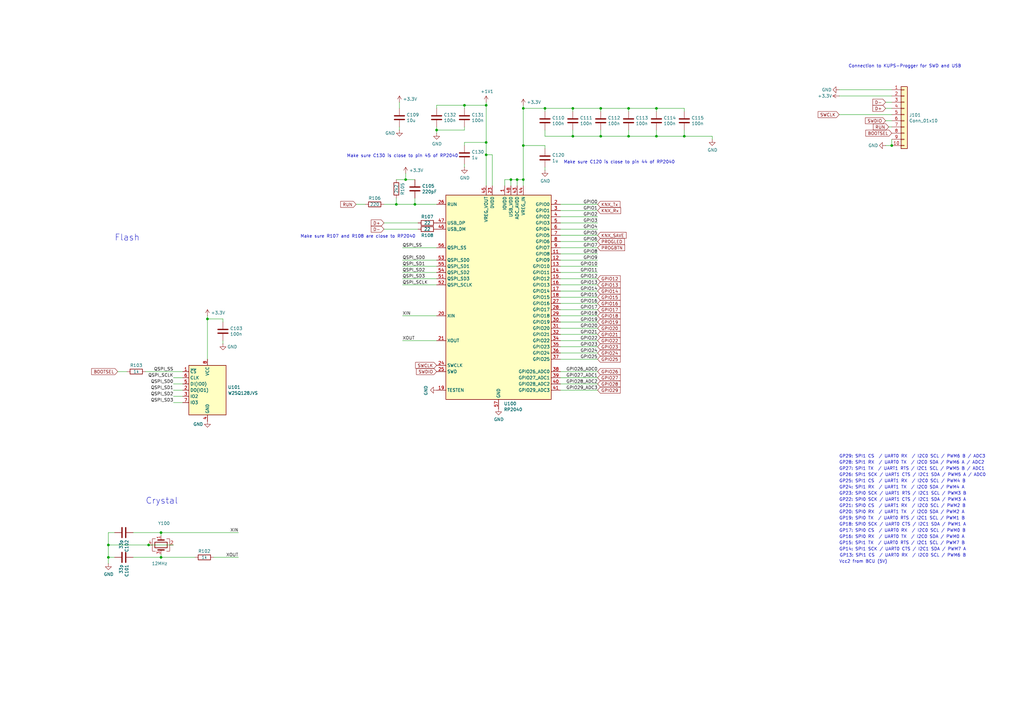
<source format=kicad_sch>
(kicad_sch (version 20231120) (generator "eeschema") (generator_version "8.0")
  (paper "A3")
  (title_block (title "UP1-SEN-8x") (date "2025-07-02") (rev "V01.00") (company "OpenKNX") (comment 1 "by Ing-Dom <dom@ing-dom.de>") (comment 2 "OpenKNX Open Hardware under CC BY-NC-SA 4.0") (comment 4 "https://OpenKNX.de"))
  (lib_symbols
    (symbol "Connector_Generic:Conn_01x10" (pin_names (offset 1.016) hide)
      (property "Reference" "J" (at 0 12.7 0))
      (property "Value" "Conn_01x10" (at 0 -15.24 0))
      (symbol "Conn_01x10_1_1"
        (rectangle (start -1.27 -12.573) (end 0 -12.827) (stroke (width 0.1524)))
        (rectangle (start -1.27 -10.033) (end 0 -10.287) (stroke (width 0.1524)))
        (rectangle (start -1.27 -7.493) (end 0 -7.747) (stroke (width 0.1524)))
        (rectangle (start -1.27 -4.953) (end 0 -5.207) (stroke (width 0.1524)))
        (rectangle (start -1.27 -2.413) (end 0 -2.667) (stroke (width 0.1524)))
        (rectangle (start -1.27 0.127) (end 0 -0.127) (stroke (width 0.1524)))
        (rectangle (start -1.27 2.667) (end 0 2.413) (stroke (width 0.1524)))
        (rectangle (start -1.27 5.207) (end 0 4.953) (stroke (width 0.1524)))
        (rectangle (start -1.27 7.747) (end 0 7.493) (stroke (width 0.1524)))
        (rectangle (start -1.27 10.287) (end 0 10.033) (stroke (width 0.1524)))
        (rectangle (start -1.27 11.43) (end 1.27 -13.97) (stroke (width 0.254)) (fill (type background)))
        (pin passive line (at -5.08 10.16 0) (length 3.81) (name "Pin_1") (number "1"))
        (pin passive line (at -5.08 -12.7 0) (length 3.81) (name "Pin_10") (number "10"))
        (pin passive line (at -5.08 7.62 0) (length 3.81) (name "Pin_2") (number "2"))
        (pin passive line (at -5.08 5.08 0) (length 3.81) (name "Pin_3") (number "3"))
        (pin passive line (at -5.08 2.54 0) (length 3.81) (name "Pin_4") (number "4"))
        (pin passive line (at -5.08 0 0) (length 3.81) (name "Pin_5") (number "5"))
        (pin passive line (at -5.08 -2.54 0) (length 3.81) (name "Pin_6") (number "6"))
        (pin passive line (at -5.08 -5.08 0) (length 3.81) (name "Pin_7") (number "7"))
        (pin passive line (at -5.08 -7.62 0) (length 3.81) (name "Pin_8") (number "8"))
        (pin passive line (at -5.08 -10.16 0) (length 3.81) (name "Pin_9") (number "9"))
      )
    )
    (symbol "Device:C" (pin_numbers hide) (pin_names (offset 0.254))
      (property "Reference" "C" (at 0.635 2.54 0))
      (property "Value" "C" (at 0.635 -2.54 0))
      (symbol "C_0_1"
        (polyline (pts (xy -2.032 -0.762) (xy 2.032 -0.762)) (stroke (width 0.508)))
        (polyline (pts (xy -2.032 0.762) (xy 2.032 0.762)) (stroke (width 0.508)))
      )
      (symbol "C_1_1"
        (pin passive line (at 0 3.81 270) (length 2.794) (name "~") (number "1"))
        (pin passive line (at 0 -3.81 90) (length 2.794) (name "~") (number "2"))
      )
    )
    (symbol "Device:Crystal_GND24" (pin_names (offset 1.016) hide)
      (property "Reference" "Y" (at 3.175 5.08 0))
      (property "Value" "Crystal_GND24" (at 3.175 3.175 0))
      (symbol "Crystal_GND24_0_1"
        (rectangle (start -1.143 2.54) (end 1.143 -2.54) (stroke (width 0.3048)))
        (polyline (pts (xy -2.54 0) (xy -2.032 0)))
        (polyline (pts (xy -2.032 -1.27) (xy -2.032 1.27)) (stroke (width 0.508)))
        (polyline (pts (xy 0 -3.81) (xy 0 -3.556)))
        (polyline (pts (xy 0 3.556) (xy 0 3.81)))
        (polyline (pts (xy 2.032 -1.27) (xy 2.032 1.27)) (stroke (width 0.508)))
        (polyline (pts (xy 2.032 0) (xy 2.54 0)))
        (polyline (pts (xy -2.54 -2.286) (xy -2.54 -3.556) (xy 2.54 -3.556) (xy 2.54 -2.286)))
        (polyline (pts (xy -2.54 2.286) (xy -2.54 3.556) (xy 2.54 3.556) (xy 2.54 2.286)))
      )
      (symbol "Crystal_GND24_1_1"
        (pin passive line (at -3.81 0 0) (length 1.27) (name "1") (number "1"))
        (pin passive line (at 0 5.08 270) (length 1.27) (name "2") (number "2"))
        (pin passive line (at 3.81 0 180) (length 1.27) (name "3") (number "3"))
        (pin passive line (at 0 -5.08 90) (length 1.27) (name "4") (number "4"))
      )
    )
    (symbol "Device:R" (pin_numbers hide) (pin_names (offset 0))
      (property "Reference" "R" (at 2.032 0 90))
      (property "Value" "R" (at 0 0 90))
      (symbol "R_0_1"
        (rectangle (start -1.016 -2.54) (end 1.016 2.54) (stroke (width 0.254)))
      )
      (symbol "R_1_1"
        (pin passive line (at 0 3.81 270) (length 1.27) (name "~") (number "1"))
        (pin passive line (at 0 -3.81 90) (length 1.27) (name "~") (number "2"))
      )
    )
    (symbol "MCU_RaspberryPi:RP2040"
      (property "Reference" "U" (at 17.78 45.72 0))
      (property "Value" "RP2040" (at 17.78 43.18 0))
      (symbol "RP2040_0_1"
        (rectangle (start -21.59 41.91) (end 21.59 -41.91) (stroke (width 0.254)) (fill (type background)))
      )
      (symbol "RP2040_1_1"
        (pin power_in line (at 2.54 45.72 270) (length 3.81) (name "IOVDD") (number "1"))
        (pin passive line (at 2.54 45.72 270) (length 3.81) hide (name "IOVDD") (number "10"))
        (pin bidirectional line (at 25.4 17.78 180) (length 3.81) (name "GPIO8") (number "11"))
        (pin bidirectional line (at 25.4 15.24 180) (length 3.81) (name "GPIO9") (number "12"))
        (pin bidirectional line (at 25.4 12.7 180) (length 3.81) (name "GPIO10") (number "13"))
        (pin bidirectional line (at 25.4 10.16 180) (length 3.81) (name "GPIO11") (number "14"))
        (pin bidirectional line (at 25.4 7.62 180) (length 3.81) (name "GPIO12") (number "15"))
        (pin bidirectional line (at 25.4 5.08 180) (length 3.81) (name "GPIO13") (number "16"))
        (pin bidirectional line (at 25.4 2.54 180) (length 3.81) (name "GPIO14") (number "17"))
        (pin bidirectional line (at 25.4 0 180) (length 3.81) (name "GPIO15") (number "18"))
        (pin input line (at -25.4 -38.1 0) (length 3.81) (name "TESTEN") (number "19"))
        (pin bidirectional line (at 25.4 38.1 180) (length 3.81) (name "GPIO0") (number "2"))
        (pin input line (at -25.4 -7.62 0) (length 3.81) (name "XIN") (number "20"))
        (pin passive line (at -25.4 -17.78 0) (length 3.81) (name "XOUT") (number "21"))
        (pin passive line (at 2.54 45.72 270) (length 3.81) hide (name "IOVDD") (number "22"))
        (pin power_in line (at -2.54 45.72 270) (length 3.81) (name "DVDD") (number "23"))
        (pin input line (at -25.4 -27.94 0) (length 3.81) (name "SWCLK") (number "24"))
        (pin bidirectional line (at -25.4 -30.48 0) (length 3.81) (name "SWD") (number "25"))
        (pin input line (at -25.4 38.1 0) (length 3.81) (name "RUN") (number "26"))
        (pin bidirectional line (at 25.4 -2.54 180) (length 3.81) (name "GPIO16") (number "27"))
        (pin bidirectional line (at 25.4 -5.08 180) (length 3.81) (name "GPIO17") (number "28"))
        (pin bidirectional line (at 25.4 -7.62 180) (length 3.81) (name "GPIO18") (number "29"))
        (pin bidirectional line (at 25.4 35.56 180) (length 3.81) (name "GPIO1") (number "3"))
        (pin bidirectional line (at 25.4 -10.16 180) (length 3.81) (name "GPIO19") (number "30"))
        (pin bidirectional line (at 25.4 -12.7 180) (length 3.81) (name "GPIO20") (number "31"))
        (pin bidirectional line (at 25.4 -15.24 180) (length 3.81) (name "GPIO21") (number "32"))
        (pin passive line (at 2.54 45.72 270) (length 3.81) hide (name "IOVDD") (number "33"))
        (pin bidirectional line (at 25.4 -17.78 180) (length 3.81) (name "GPIO22") (number "34"))
        (pin bidirectional line (at 25.4 -20.32 180) (length 3.81) (name "GPIO23") (number "35"))
        (pin bidirectional line (at 25.4 -22.86 180) (length 3.81) (name "GPIO24") (number "36"))
        (pin bidirectional line (at 25.4 -25.4 180) (length 3.81) (name "GPIO25") (number "37"))
        (pin bidirectional line (at 25.4 -30.48 180) (length 3.81) (name "GPIO26_ADC0") (number "38"))
        (pin bidirectional line (at 25.4 -33.02 180) (length 3.81) (name "GPIO27_ADC1") (number "39"))
        (pin bidirectional line (at 25.4 33.02 180) (length 3.81) (name "GPIO2") (number "4"))
        (pin bidirectional line (at 25.4 -35.56 180) (length 3.81) (name "GPIO28_ADC2") (number "40"))
        (pin bidirectional line (at 25.4 -38.1 180) (length 3.81) (name "GPIO29_ADC3") (number "41"))
        (pin passive line (at 2.54 45.72 270) (length 3.81) hide (name "IOVDD") (number "42"))
        (pin power_in line (at 7.62 45.72 270) (length 3.81) (name "ADC_AVDD") (number "43"))
        (pin power_in line (at 10.16 45.72 270) (length 3.81) (name "VREG_IN") (number "44"))
        (pin power_out line (at -5.08 45.72 270) (length 3.81) (name "VREG_VOUT") (number "45"))
        (pin bidirectional line (at -25.4 27.94 0) (length 3.81) (name "USB_DM") (number "46"))
        (pin bidirectional line (at -25.4 30.48 0) (length 3.81) (name "USB_DP") (number "47"))
        (pin power_in line (at 5.08 45.72 270) (length 3.81) (name "USB_VDD") (number "48"))
        (pin passive line (at 2.54 45.72 270) (length 3.81) hide (name "IOVDD") (number "49"))
        (pin bidirectional line (at 25.4 30.48 180) (length 3.81) (name "GPIO3") (number "5"))
        (pin passive line (at -2.54 45.72 270) (length 3.81) hide (name "DVDD") (number "50"))
        (pin bidirectional line (at -25.4 7.62 0) (length 3.81) (name "QSPI_SD3") (number "51"))
        (pin output line (at -25.4 5.08 0) (length 3.81) (name "QSPI_SCLK") (number "52"))
        (pin bidirectional line (at -25.4 15.24 0) (length 3.81) (name "QSPI_SD0") (number "53"))
        (pin bidirectional line (at -25.4 10.16 0) (length 3.81) (name "QSPI_SD2") (number "54"))
        (pin bidirectional line (at -25.4 12.7 0) (length 3.81) (name "QSPI_SD1") (number "55"))
        (pin bidirectional line (at -25.4 20.32 0) (length 3.81) (name "QSPI_SS") (number "56"))
        (pin power_in line (at 0 -45.72 90) (length 3.81) (name "GND") (number "57"))
        (pin bidirectional line (at 25.4 27.94 180) (length 3.81) (name "GPIO4") (number "6"))
        (pin bidirectional line (at 25.4 25.4 180) (length 3.81) (name "GPIO5") (number "7"))
        (pin bidirectional line (at 25.4 22.86 180) (length 3.81) (name "GPIO6") (number "8"))
        (pin bidirectional line (at 25.4 20.32 180) (length 3.81) (name "GPIO7") (number "9"))
      )
    )
    (symbol "Memory_Flash:W25Q128JVS"
      (property "Reference" "U" (at -6.35 11.43 0))
      (property "Value" "W25Q128JVS" (at 7.62 11.43 0))
      (symbol "W25Q128JVS_0_1"
        (rectangle (start -7.62 10.16) (end 7.62 -10.16) (stroke (width 0.254)) (fill (type background)))
      )
      (symbol "W25Q128JVS_1_1"
        (pin input line (at -10.16 7.62 0) (length 2.54) (name "~{CS}") (number "1"))
        (pin bidirectional line (at -10.16 0 0) (length 2.54) (name "DO(IO1)") (number "2"))
        (pin bidirectional line (at -10.16 -2.54 0) (length 2.54) (name "IO2") (number "3"))
        (pin power_in line (at 0 -12.7 90) (length 2.54) (name "GND") (number "4"))
        (pin bidirectional line (at -10.16 2.54 0) (length 2.54) (name "DI(IO0)") (number "5"))
        (pin input line (at -10.16 5.08 0) (length 2.54) (name "CLK") (number "6"))
        (pin bidirectional line (at -10.16 -5.08 0) (length 2.54) (name "IO3") (number "7"))
        (pin power_in line (at 0 12.7 270) (length 2.54) (name "VCC") (number "8"))
      )
    )
    (symbol "power:+1V1" (power) (pin_numbers hide) (pin_names (offset 0) hide)
      (property "Value" "+1V1" (at 0 3.556 0))
      (symbol "+1V1_0_1"
        (polyline (pts (xy -0.762 1.27) (xy 0 2.54)))
        (polyline (pts (xy 0 0) (xy 0 2.54)))
        (polyline (pts (xy 0 2.54) (xy 0.762 1.27)))
      )
      (symbol "+1V1_1_1"
        (pin power_in line (at 0 0 90) (length 0) (name "~") (number "1"))
      )
    )
    (symbol "power:+3.3V" (power) (pin_numbers hide) (pin_names (offset 0) hide)
      (property "Value" "+3.3V" (at 0 3.556 0))
      (symbol "+3.3V_0_1"
        (polyline (pts (xy -0.762 1.27) (xy 0 2.54)))
        (polyline (pts (xy 0 0) (xy 0 2.54)))
        (polyline (pts (xy 0 2.54) (xy 0.762 1.27)))
      )
      (symbol "+3.3V_1_1"
        (pin power_in line (at 0 0 90) (length 0) (name "~") (number "1"))
      )
    )
    (symbol "power:GND" (power) (pin_numbers hide) (pin_names (offset 0) hide)
      (property "Value" "GND" (at 0 -3.81 0))
      (symbol "GND_0_1"
        (polyline (pts (xy 0 0) (xy 0 -1.27) (xy 1.27 -1.27) (xy 0 -2.54) (xy -1.27 -1.27) (xy 0 -1.27)))
      )
      (symbol "GND_1_1"
        (pin power_in line (at 0 0 270) (length 0) (name "~") (number "1"))
      )
    )
  )
  (junction (at 66.04 218.44))
  (junction (at 179.07 53.34))
  (junction (at 223.52 44.45))
  (junction (at 199.39 63.5))
  (junction (at 214.63 44.45))
  (junction (at 269.24 55.88))
  (junction (at 234.95 44.45))
  (junction (at 66.04 228.6))
  (junction (at 257.81 44.45))
  (junction (at 162.56 83.82))
  (junction (at 212.09 73.66))
  (junction (at 214.63 59.69))
  (junction (at 365.76 59.69))
  (junction (at 199.39 58.42))
  (junction (at 257.81 55.88))
  (junction (at 166.37 73.66))
  (junction (at 85.09 130.81))
  (junction (at 44.45 223.52))
  (junction (at 234.95 55.88))
  (junction (at 170.18 83.82))
  (junction (at 199.39 43.18))
  (junction (at 269.24 44.45))
  (junction (at 190.5 43.18))
  (junction (at 214.63 73.66))
  (junction (at 60.96 223.52))
  (junction (at 246.38 55.88))
  (junction (at 246.38 44.45))
  (junction (at 280.67 55.88))
  (junction (at 209.55 73.66))
  (junction (at 44.45 228.6))
  (wire (pts (xy 71.12 223.52) (xy 60.96 223.52)))
  (wire (pts (xy 229.87 132.08) (xy 245.11 132.08)))
  (wire (pts (xy 229.87 142.24) (xy 245.11 142.24)))
  (wire (pts (xy 199.39 58.42) (xy 199.39 63.5)))
  (wire (pts (xy 46.99 218.44) (xy 44.45 218.44)))
  (wire (pts (xy 48.26 152.4) (xy 52.07 152.4)))
  (wire (pts (xy 229.87 104.14) (xy 245.11 104.14)))
  (wire (pts (xy 46.99 228.6) (xy 44.45 228.6)))
  (wire (pts (xy 229.87 129.54) (xy 245.11 129.54)))
  (wire (pts (xy 344.17 46.99) (xy 365.76 46.99)))
  (wire (pts (xy 280.67 45.72) (xy 280.67 44.45)))
  (wire (pts (xy 87.63 228.6) (xy 97.79 228.6)))
  (wire (pts (xy 199.39 43.18) (xy 199.39 58.42)))
  (wire (pts (xy 166.37 71.12) (xy 166.37 73.66)))
  (wire (pts (xy 363.22 49.53) (xy 365.76 49.53)))
  (wire (pts (xy 157.48 83.82) (xy 162.56 83.82)))
  (wire (pts (xy 44.45 223.52) (xy 44.45 228.6)))
  (wire (pts (xy 229.87 83.82) (xy 245.11 83.82)))
  (wire (pts (xy 280.67 53.34) (xy 280.67 55.88)))
  (wire (pts (xy 234.95 53.34) (xy 234.95 55.88)))
  (wire (pts (xy 190.5 59.69) (xy 190.5 58.42)))
  (wire (pts (xy 146.05 83.82) (xy 149.86 83.82)))
  (wire (pts (xy 229.87 127) (xy 245.11 127)))
  (wire (pts (xy 179.07 53.34) (xy 190.5 53.34)))
  (wire (pts (xy 363.22 44.45) (xy 365.76 44.45)))
  (wire (pts (xy 214.63 44.45) (xy 214.63 59.69)))
  (wire (pts (xy 257.81 44.45) (xy 269.24 44.45)))
  (wire (pts (xy 71.12 160.02) (xy 74.93 160.02)))
  (wire (pts (xy 229.87 96.52) (xy 245.11 96.52)))
  (wire (pts (xy 162.56 83.82) (xy 170.18 83.82)))
  (wire (pts (xy 170.18 81.28) (xy 170.18 83.82)))
  (wire (pts (xy 229.87 99.06) (xy 245.11 99.06)))
  (wire (pts (xy 71.12 157.48) (xy 74.93 157.48)))
  (wire (pts (xy 229.87 93.98) (xy 245.11 93.98)))
  (wire (pts (xy 85.09 130.81) (xy 85.09 147.32)))
  (wire (pts (xy 234.95 44.45) (xy 246.38 44.45)))
  (wire (pts (xy 229.87 91.44) (xy 245.11 91.44)))
  (wire (pts (xy 162.56 81.28) (xy 162.56 83.82)))
  (wire (pts (xy 171.45 93.98) (xy 157.48 93.98)))
  (wire (pts (xy 166.37 73.66) (xy 162.56 73.66)))
  (wire (pts (xy 179.07 44.45) (xy 179.07 43.18)))
  (wire (pts (xy 190.5 67.31) (xy 190.5 68.58)))
  (wire (pts (xy 229.87 111.76) (xy 245.11 111.76)))
  (wire (pts (xy 71.12 162.56) (xy 74.93 162.56)))
  (wire (pts (xy 201.93 76.2) (xy 201.93 63.5)))
  (wire (pts (xy 229.87 106.68) (xy 245.11 106.68)))
  (wire (pts (xy 344.17 36.83) (xy 365.76 36.83)))
  (wire (pts (xy 165.1 114.3) (xy 179.07 114.3)))
  (wire (pts (xy 344.17 39.37) (xy 365.76 39.37)))
  (wire (pts (xy 179.07 43.18) (xy 190.5 43.18)))
  (wire (pts (xy 229.87 137.16) (xy 245.11 137.16)))
  (wire (pts (xy 365.76 57.15) (xy 365.76 59.69)))
  (wire (pts (xy 229.87 88.9) (xy 245.11 88.9)))
  (wire (pts (xy 280.67 55.88) (xy 269.24 55.88)))
  (wire (pts (xy 269.24 44.45) (xy 280.67 44.45)))
  (wire (pts (xy 190.5 53.34) (xy 190.5 52.07)))
  (wire (pts (xy 246.38 55.88) (xy 234.95 55.88)))
  (wire (pts (xy 71.12 165.1) (xy 74.93 165.1)))
  (wire (pts (xy 229.87 157.48) (xy 245.11 157.48)))
  (wire (pts (xy 201.93 63.5) (xy 199.39 63.5)))
  (wire (pts (xy 91.44 130.81) (xy 85.09 130.81)))
  (wire (pts (xy 229.87 116.84) (xy 245.11 116.84)))
  (wire (pts (xy 199.39 63.5) (xy 199.39 76.2)))
  (wire (pts (xy 59.69 152.4) (xy 74.93 152.4)))
  (wire (pts (xy 54.61 218.44) (xy 66.04 218.44)))
  (wire (pts (xy 229.87 119.38) (xy 245.11 119.38)))
  (wire (pts (xy 269.24 53.34) (xy 269.24 55.88)))
  (wire (pts (xy 229.87 152.4) (xy 245.11 152.4)))
  (wire (pts (xy 179.07 101.6) (xy 165.1 101.6)))
  (wire (pts (xy 66.04 219.71) (xy 66.04 218.44)))
  (wire (pts (xy 229.87 124.46) (xy 245.11 124.46)))
  (wire (pts (xy 207.01 73.66) (xy 209.55 73.66)))
  (wire (pts (xy 223.52 68.58) (xy 223.52 69.85)))
  (wire (pts (xy 44.45 218.44) (xy 44.45 223.52)))
  (wire (pts (xy 190.5 43.18) (xy 199.39 43.18)))
  (wire (pts (xy 212.09 73.66) (xy 214.63 73.66)))
  (wire (pts (xy 223.52 53.34) (xy 223.52 55.88)))
  (wire (pts (xy 60.96 223.52) (xy 44.45 223.52)))
  (wire (pts (xy 246.38 44.45) (xy 257.81 44.45)))
  (wire (pts (xy 363.22 41.91) (xy 365.76 41.91)))
  (wire (pts (xy 269.24 55.88) (xy 257.81 55.88)))
  (wire (pts (xy 66.04 227.33) (xy 66.04 228.6)))
  (wire (pts (xy 229.87 147.32) (xy 245.11 147.32)))
  (wire (pts (xy 207.01 76.2) (xy 207.01 73.66)))
  (wire (pts (xy 91.44 139.7) (xy 91.44 140.97)))
  (wire (pts (xy 165.1 109.22) (xy 179.07 109.22)))
  (wire (pts (xy 165.1 129.54) (xy 179.07 129.54)))
  (wire (pts (xy 229.87 144.78) (xy 245.11 144.78)))
  (wire (pts (xy 269.24 45.72) (xy 269.24 44.45)))
  (wire (pts (xy 165.1 106.68) (xy 179.07 106.68)))
  (wire (pts (xy 54.61 228.6) (xy 66.04 228.6)))
  (wire (pts (xy 66.04 218.44) (xy 97.79 218.44)))
  (wire (pts (xy 214.63 43.18) (xy 214.63 44.45)))
  (wire (pts (xy 229.87 160.02) (xy 245.11 160.02)))
  (wire (pts (xy 214.63 59.69) (xy 223.52 59.69)))
  (wire (pts (xy 229.87 139.7) (xy 245.11 139.7)))
  (wire (pts (xy 179.07 116.84) (xy 165.1 116.84)))
  (wire (pts (xy 91.44 132.08) (xy 91.44 130.81)))
  (wire (pts (xy 209.55 73.66) (xy 209.55 76.2)))
  (wire (pts (xy 280.67 55.88) (xy 292.1 55.88)))
  (wire (pts (xy 44.45 228.6) (xy 44.45 231.14)))
  (wire (pts (xy 364.49 52.07) (xy 365.76 52.07)))
  (wire (pts (xy 85.09 129.54) (xy 85.09 130.81)))
  (wire (pts (xy 229.87 86.36) (xy 245.11 86.36)))
  (wire (pts (xy 165.1 111.76) (xy 179.07 111.76)))
  (wire (pts (xy 190.5 44.45) (xy 190.5 43.18)))
  (wire (pts (xy 223.52 45.72) (xy 223.52 44.45)))
  (wire (pts (xy 212.09 73.66) (xy 212.09 76.2)))
  (wire (pts (xy 163.83 52.07) (xy 163.83 53.34)))
  (wire (pts (xy 229.87 154.94) (xy 245.11 154.94)))
  (wire (pts (xy 223.52 60.96) (xy 223.52 59.69)))
  (wire (pts (xy 71.12 154.94) (xy 74.93 154.94)))
  (wire (pts (xy 234.95 45.72) (xy 234.95 44.45)))
  (wire (pts (xy 209.55 73.66) (xy 212.09 73.66)))
  (wire (pts (xy 171.45 91.44) (xy 157.48 91.44)))
  (wire (pts (xy 229.87 114.3) (xy 245.11 114.3)))
  (wire (pts (xy 229.87 101.6) (xy 245.11 101.6)))
  (wire (pts (xy 229.87 134.62) (xy 245.11 134.62)))
  (wire (pts (xy 199.39 41.91) (xy 199.39 43.18)))
  (wire (pts (xy 190.5 58.42) (xy 199.39 58.42)))
  (wire (pts (xy 292.1 55.88) (xy 292.1 57.15)))
  (wire (pts (xy 214.63 73.66) (xy 214.63 76.2)))
  (wire (pts (xy 170.18 83.82) (xy 179.07 83.82)))
  (wire (pts (xy 257.81 55.88) (xy 246.38 55.88)))
  (wire (pts (xy 229.87 109.22) (xy 245.11 109.22)))
  (wire (pts (xy 257.81 45.72) (xy 257.81 44.45)))
  (wire (pts (xy 214.63 44.45) (xy 223.52 44.45)))
  (wire (pts (xy 179.07 52.07) (xy 179.07 53.34)))
  (wire (pts (xy 246.38 53.34) (xy 246.38 55.88)))
  (wire (pts (xy 229.87 121.92) (xy 245.11 121.92)))
  (wire (pts (xy 163.83 41.91) (xy 163.83 44.45)))
  (wire (pts (xy 214.63 59.69) (xy 214.63 73.66)))
  (wire (pts (xy 363.22 59.69) (xy 365.76 59.69)))
  (wire (pts (xy 234.95 55.88) (xy 223.52 55.88)))
  (wire (pts (xy 257.81 53.34) (xy 257.81 55.88)))
  (wire (pts (xy 179.07 53.34) (xy 179.07 54.61)))
  (wire (pts (xy 179.07 139.7) (xy 165.1 139.7)))
  (wire (pts (xy 170.18 73.66) (xy 166.37 73.66)))
  (wire (pts (xy 246.38 45.72) (xy 246.38 44.45)))
  (wire (pts (xy 223.52 44.45) (xy 234.95 44.45)))
  (wire (pts (xy 66.04 228.6) (xy 80.01 228.6)))
  (text "Vcc2 from BCU (5V)" (at 344.17 231.14 0) (effects (font (size 1.27 1.27)) (justify left bottom)))
  (text "GP26: SPI1 SCK / UART1 CTS / I2C1 SDA / PWM5 A / ADC0" (at 344.17 195.58 0) (effects (font (size 1.27 1.27)) (justify left bottom)))
  (text "Make sure C130 is close to pin 45 of RP2040" (at 142.24 64.77 0) (effects (font (size 1.27 1.27)) (justify left bottom)))
  (text "GP24: SPI1 RX  / UART1 TX  / I2C0 SDA / PWM4 A" (at 344.17 200.66 0) (effects (font (size 1.27 1.27)) (justify left bottom)))
  (text "GP14: SPI1 SCK / UART0 CTS / I2C1 SDA / PWM7 A" (at 344.17 226.06 0) (effects (font (size 1.27 1.27)) (justify left bottom)))
  (text "GP25: SPI1 CS  / UART1 RX  / I2C0 SCL / PWM4 B" (at 344.17 198.12 0) (effects (font (size 1.27 1.27)) (justify left bottom)))
  (text "Flash" (at 46.99 99.06 0) (effects (font (size 2.54 2.54)) (justify left bottom)))
  (text "GP19: SPI0 TX  / UART0 RTS / I2C1 SCL / PWM1 B" (at 344.17 213.36 0) (effects (font (size 1.27 1.27)) (justify left bottom)))
  (text "Crystal" (at 59.69 207.01 0) (effects (font (size 2.54 2.54)) (justify left bottom)))
  (text "GP29: SPI1 CS  / UART0 RX  / I2C0 SCL / PWM6 B / ADC3" (at 344.17 187.96 0) (effects (font (size 1.27 1.27)) (justify left bottom)))
  (text "GP20: SPI0 RX  / UART1 TX  / I2C0 SDA / PWM2 A" (at 344.17 210.82 0) (effects (font (size 1.27 1.27)) (justify left bottom)))
  (text "GP13: SPI1 CS  / UART0 RX  / I2C0 SCL / PWM6 B" (at 396.24 228.6 0) (effects (font (size 1.27 1.27)) (justify right bottom)))
  (text "GP21: SPI0 CS  / UART1 RX  / I2C0 SCL / PWM2 B" (at 344.17 208.28 0) (effects (font (size 1.27 1.27)) (justify left bottom)))
  (text "GP17: SPI0 CS  / UART0 RX  / I2C0 SCL / PWM0 B" (at 344.17 218.44 0) (effects (font (size 1.27 1.27)) (justify left bottom)))
  (text "GP16: SPI0 RX  / UART0 TX  / I2C0 SDA / PWM0 A" (at 344.17 220.98 0) (effects (font (size 1.27 1.27)) (justify left bottom)))
  (text "GP23: SPI0 SCK / UART1 RTS / I2C1 SCL / PWM3 B" (at 344.17 203.2 0) (effects (font (size 1.27 1.27)) (justify left bottom)))
  (text "Connection to KUPS-Progger for SWD and USB" (at 347.98 27.94 0) (effects (font (size 1.27 1.27)) (justify left bottom)))
  (text "GP15: SPI1 TX  / UART0 RTS / I2C1 SCL / PWM7 B" (at 344.17 223.52 0) (effects (font (size 1.27 1.27)) (justify left bottom)))
  (text "GP28: SPI1 RX  / UART0 TX  / I2C0 SDA / PWM6 A / ADC2" (at 344.17 190.5 0) (effects (font (size 1.27 1.27)) (justify left bottom)))
  (text "Make sure C120 is close to pin 44 of RP2040" (at 231.14 67.31 0) (effects (font (size 1.27 1.27)) (justify left bottom)))
  (text "GP18: SPI0 SCK / UART0 CTS / I2C1 SDA / PWM1 A" (at 344.17 215.9 0) (effects (font (size 1.27 1.27)) (justify left bottom)))
  (text "GP27: SPI1 TX  / UART1 RTS / I2C1 SCL / PWM5 B / ADC1" (at 344.17 193.04 0) (effects (font (size 1.27 1.27)) (justify left bottom)))
  (text "GP22: SPI0 SCK / UART1 CTS / I2C1 SDA / PWM3 A" (at 344.17 205.74 0) (effects (font (size 1.27 1.27)) (justify left bottom)))
  (text "Make sure R107 and R108 are close to RP2040" (at 123.19 97.79 0) (effects (font (size 1.27 1.27)) (justify left bottom)))
  (label "GPIO21" (at 245.11 137.16 180))
  (label "GPIO26_ADC0" (at 245.11 152.4 180))
  (label "XOUT" (at 165.1 139.7 0))
  (label "GPIO28_ADC2" (at 245.11 157.48 180))
  (label "GPIO20" (at 245.11 134.62 180))
  (label "XIN" (at 97.79 218.44 180))
  (label "QSPI_SS" (at 165.1 101.6 0))
  (label "GPIO16" (at 245.11 124.46 180))
  (label "QSPI_SD0" (at 165.1 106.68 0))
  (label "QSPI_SCLK" (at 71.12 154.94 180))
  (label "GPIO0" (at 245.11 83.82 180))
  (label "GPIO2" (at 245.11 88.9 180))
  (label "GPIO27_ADC1" (at 245.11 154.94 180))
  (label "QSPI_SD3" (at 71.12 165.1 180))
  (label "GPIO22" (at 245.11 139.7 180))
  (label "QSPI_SS" (at 71.12 152.4 180))
  (label "QSPI_SD1" (at 165.1 109.22 0))
  (label "GPIO9" (at 245.11 106.68 180))
  (label "GPIO13" (at 245.11 116.84 180))
  (label "QSPI_SD2" (at 165.1 111.76 0))
  (label "XIN" (at 165.1 129.54 0))
  (label "GPIO17" (at 245.11 127 180))
  (label "GPIO12" (at 245.11 114.3 180))
  (label "GPIO8" (at 245.11 104.14 180))
  (label "XOUT" (at 97.79 228.6 180))
  (label "GPIO23" (at 245.11 142.24 180))
  (label "GPIO11" (at 245.11 111.76 180))
  (label "GPIO18" (at 245.11 129.54 180))
  (label "GPIO19" (at 245.11 132.08 180))
  (label "QSPI_SD2" (at 71.12 162.56 180))
  (label "GPIO1" (at 245.11 86.36 180))
  (label "QSPI_SCLK" (at 165.1 116.84 0))
  (label "QSPI_SD1" (at 71.12 160.02 180))
  (label "GPIO15" (at 245.11 121.92 180))
  (label "QSPI_SD3" (at 165.1 114.3 0))
  (label "QSPI_SD0" (at 71.12 157.48 180))
  (label "GPIO24" (at 245.11 144.78 180))
  (label "GPIO5" (at 245.11 96.52 180))
  (label "GPIO14" (at 245.11 119.38 180))
  (label "GPIO6" (at 245.11 99.06 180))
  (label "GPIO25" (at 245.11 147.32 180))
  (label "GPIO10" (at 245.11 109.22 180))
  (label "GPIO4" (at 245.11 93.98 180))
  (label "GPIO3" (at 245.11 91.44 180))
  (label "GPIO7" (at 245.11 101.6 180))
  (label "GPIO29_ADC3" (at 245.11 160.02 180))
  (global_label "GPIO27" (shape input) (at 245.11 154.94 0) (property "Intersheetrefs" "${INTERSHEET_REFS}" (effects (hide yes))))
  (global_label "D-" (shape input) (at 157.48 93.98 180) (property "Intersheetrefs" "${INTERSHEET_REFS}" (effects (hide yes))))
  (global_label "GPIO20" (shape input) (at 245.11 134.62 0) (property "Intersheetrefs" "${INTERSHEET_REFS}" (effects (hide yes))))
  (global_label "RUN" (shape input) (at 146.05 83.82 180) (property "Intersheetrefs" "${INTERSHEET_REFS}" (effects (hide yes))))
  (global_label "D+" (shape input) (at 157.48 91.44 180) (property "Intersheetrefs" "${INTERSHEET_REFS}" (effects (hide yes))))
  (global_label "D-" (shape input) (at 363.22 41.91 180) (property "Intersheetrefs" "${INTERSHEET_REFS}" (effects (hide yes))))
  (global_label "GPIO29" (shape input) (at 245.11 160.02 0) (property "Intersheetrefs" "${INTERSHEET_REFS}" (effects (hide yes))))
  (global_label "GPIO17" (shape input) (at 245.11 127 0) (property "Intersheetrefs" "${INTERSHEET_REFS}" (effects (hide yes))))
  (global_label "GPIO18" (shape input) (at 245.11 129.54 0) (property "Intersheetrefs" "${INTERSHEET_REFS}" (effects (hide yes))))
  (global_label "GPIO22" (shape input) (at 245.11 139.7 0) (property "Intersheetrefs" "${INTERSHEET_REFS}" (effects (hide yes))))
  (global_label "PROGLED" (shape input) (at 245.11 99.06 0) (property "Intersheetrefs" "${INTERSHEET_REFS}" (effects (hide yes))))
  (global_label "GPIO13" (shape input) (at 245.11 116.84 0) (property "Intersheetrefs" "${INTERSHEET_REFS}" (effects (hide yes))))
  (global_label "D+" (shape input) (at 363.22 44.45 180) (property "Intersheetrefs" "${INTERSHEET_REFS}" (effects (hide yes))))
  (global_label "SWDIO" (shape input) (at 179.07 152.4 180) (property "Intersheetrefs" "${INTERSHEET_REFS}" (effects (hide yes))))
  (global_label "BOOTSEL" (shape input) (at 365.76 54.61 180) (property "Intersheetrefs" "${INTERSHEET_REFS}" (effects (hide yes))))
  (global_label "GPIO14" (shape input) (at 245.11 119.38 0) (property "Intersheetrefs" "${INTERSHEET_REFS}" (effects (hide yes))))
  (global_label "GPIO21" (shape input) (at 245.11 137.16 0) (property "Intersheetrefs" "${INTERSHEET_REFS}" (effects (hide yes))))
  (global_label "PROGBTN" (shape input) (at 245.11 101.6 0) (property "Intersheetrefs" "${INTERSHEET_REFS}" (effects (hide yes))))
  (global_label "GPIO26" (shape input) (at 245.11 152.4 0) (property "Intersheetrefs" "${INTERSHEET_REFS}" (effects (hide yes))))
  (global_label "RUN" (shape input) (at 364.49 52.07 180) (property "Intersheetrefs" "${INTERSHEET_REFS}" (effects (hide yes))))
  (global_label "BOOTSEL" (shape input) (at 48.26 152.4 180) (property "Intersheetrefs" "${INTERSHEET_REFS}" (effects (hide yes))))
  (global_label "KNX_SAVE" (shape input) (at 245.11 96.52 0) (property "Intersheetrefs" "${INTERSHEET_REFS}" (effects (hide yes))))
  (global_label "GPIO15" (shape input) (at 245.11 121.92 0) (property "Intersheetrefs" "${INTERSHEET_REFS}" (effects (hide yes))))
  (global_label "GPIO19" (shape input) (at 245.11 132.08 0) (property "Intersheetrefs" "${INTERSHEET_REFS}" (effects (hide yes))))
  (global_label "SWDIO" (shape input) (at 363.22 49.53 180) (property "Intersheetrefs" "${INTERSHEET_REFS}" (effects (hide yes))))
  (global_label "GPIO16" (shape input) (at 245.11 124.46 0) (property "Intersheetrefs" "${INTERSHEET_REFS}" (effects (hide yes))))
  (global_label "KNX_Rx" (shape input) (at 245.11 86.36 0) (property "Intersheetrefs" "${INTERSHEET_REFS}" (effects (hide yes))))
  (global_label "GPIO12" (shape input) (at 245.11 114.3 0) (property "Intersheetrefs" "${INTERSHEET_REFS}" (effects (hide yes))))
  (global_label "GPIO25" (shape input) (at 245.11 147.32 0) (property "Intersheetrefs" "${INTERSHEET_REFS}" (effects (hide yes))))
  (global_label "GPIO28" (shape input) (at 245.11 157.48 0) (property "Intersheetrefs" "${INTERSHEET_REFS}" (effects (hide yes))))
  (global_label "SWCLK" (shape input) (at 344.17 46.99 180) (property "Intersheetrefs" "${INTERSHEET_REFS}" (effects (hide yes))))
  (global_label "GPIO24" (shape input) (at 245.11 144.78 0) (property "Intersheetrefs" "${INTERSHEET_REFS}" (effects (hide yes))))
  (global_label "GPIO23" (shape input) (at 245.11 142.24 0) (property "Intersheetrefs" "${INTERSHEET_REFS}" (effects (hide yes))))
  (global_label "KNX_Tx" (shape input) (at 245.11 83.82 0) (property "Intersheetrefs" "${INTERSHEET_REFS}" (effects (hide yes))))
  (global_label "SWCLK" (shape input) (at 179.07 149.86 180) (property "Intersheetrefs" "${INTERSHEET_REFS}" (effects (hide yes))))
  (symbol (lib_id "Device:C") (at 50.8 218.44 270) (unit 1)
    (property "Reference" "C102" (at 51.9684 221.361 0) (effects (justify left)))
    (property "Value" "33p" (at 49.657 221.361 0) (effects (justify left)))
    (property "Footprint" "Capacitor_SMD:C_0402_1005Metric" (effects (hide yes)))
  )
  (symbol (lib_id "power:GND") (at 44.45 231.14 0) (unit 1)
    (property "Reference" "#PWR02" (effects (hide yes)))
    (property "Value" "GND" (at 44.577 235.5342 0))
    (property "Description" "Power symbol creates a global label with name \"GND\" , ground" (effects (hide yes)))
  )
  (symbol (lib_id "power:GND") (at 85.09 172.72 0) (unit 1)
    (property "Reference" "#PWR04" (effects (hide yes)))
    (property "Value" "GND" (at 81.28 173.99 0))
    (property "Description" "Power symbol creates a global label with name \"GND\" , ground" (effects (hide yes)))
  )
  (symbol (lib_id "Device:R") (at 55.88 152.4 270) (unit 1)
    (property "Reference" "R103" (at 55.88 149.86 90))
    (property "Value" "1k" (at 55.88 152.4 90))
    (property "Footprint" "Capacitor_SMD:C_0402_1005Metric" (effects (hide yes)))
  )
  (symbol (lib_id "Device:C") (at 91.44 135.89 0) (unit 1)
    (property "Reference" "C103" (at 94.361 134.7216 0) (effects (justify left)))
    (property "Value" "100n" (at 94.361 137.033 0) (effects (justify left)))
    (property "Footprint" "Capacitor_SMD:C_0402_1005Metric" (effects (hide yes)))
  )
  (symbol (lib_id "power:GND") (at 91.44 140.97 0) (unit 1)
    (property "Reference" "#PWR05" (effects (hide yes)))
    (property "Value" "GND" (at 95.25 142.24 0))
    (property "Description" "Power symbol creates a global label with name \"GND\" , ground" (effects (hide yes)))
  )
  (symbol (lib_id "power:GND") (at 204.47 167.64 0) (unit 1)
    (property "Reference" "#PWR013" (effects (hide yes)))
    (property "Value" "GND" (at 204.597 172.0342 0))
    (property "Description" "Power symbol creates a global label with name \"GND\" , ground" (effects (hide yes)))
  )
  (symbol (lib_id "power:GND") (at 179.07 160.02 270) (unit 1)
    (property "Reference" "#PWR012" (effects (hide yes)))
    (property "Value" "GND" (at 174.6758 160.147 0))
    (property "Description" "Power symbol creates a global label with name \"GND\" , ground" (effects (hide yes)))
  )
  (symbol (lib_id "Device:R") (at 175.26 91.44 90) (unit 1)
    (property "Reference" "R107" (at 175.26 88.9 90))
    (property "Value" "22" (at 175.26 91.44 90))
    (property "Footprint" "Capacitor_SMD:C_0402_1005Metric" (effects (hide yes)))
  )
  (symbol (lib_id "Device:R") (at 175.26 93.98 90) (unit 1)
    (property "Reference" "R108" (at 175.26 96.52 90))
    (property "Value" "22" (at 175.26 93.98 90))
    (property "Footprint" "Capacitor_SMD:C_0402_1005Metric" (effects (hide yes)))
  )
  (symbol (lib_id "power:+1V1") (at 199.39 41.91 0) (unit 1)
    (property "Reference" "#PWR011" (effects (hide yes)))
    (property "Value" "+1V1" (at 199.771 37.5158 0))
    (property "Description" "Power symbol creates a global label with name \"+1V1\"" (effects (hide yes)))
  )
  (symbol (lib_id "Device:C") (at 223.52 49.53 0) (unit 1)
    (property "Reference" "C110" (at 226.441 48.3616 0) (effects (justify left)))
    (property "Value" "100n" (at 226.441 50.673 0) (effects (justify left)))
    (property "Footprint" "Capacitor_SMD:C_0402_1005Metric" (effects (hide yes)))
  )
  (symbol (lib_id "Device:C") (at 234.95 49.53 0) (unit 1)
    (property "Reference" "C111" (at 237.871 48.3616 0) (effects (justify left)))
    (property "Value" "100n" (at 237.871 50.673 0) (effects (justify left)))
    (property "Footprint" "Capacitor_SMD:C_0402_1005Metric" (effects (hide yes)))
  )
  (symbol (lib_id "Device:C") (at 246.38 49.53 0) (unit 1)
    (property "Reference" "C112" (at 249.301 48.3616 0) (effects (justify left)))
    (property "Value" "100n" (at 249.301 50.673 0) (effects (justify left)))
    (property "Footprint" "Capacitor_SMD:C_0402_1005Metric" (effects (hide yes)))
  )
  (symbol (lib_id "Device:C") (at 257.81 49.53 0) (unit 1)
    (property "Reference" "C113" (at 260.731 48.3616 0) (effects (justify left)))
    (property "Value" "100n" (at 260.731 50.673 0) (effects (justify left)))
    (property "Footprint" "Capacitor_SMD:C_0402_1005Metric" (effects (hide yes)))
  )
  (symbol (lib_id "Device:C") (at 269.24 49.53 0) (unit 1)
    (property "Reference" "C114" (at 272.161 48.3616 0) (effects (justify left)))
    (property "Value" "100n" (at 272.161 50.673 0) (effects (justify left)))
    (property "Footprint" "Capacitor_SMD:C_0402_1005Metric" (effects (hide yes)))
  )
  (symbol (lib_id "Device:C") (at 280.67 49.53 0) (unit 1)
    (property "Reference" "C115" (at 283.591 48.3616 0) (effects (justify left)))
    (property "Value" "100n" (at 283.591 50.673 0) (effects (justify left)))
    (property "Footprint" "Capacitor_SMD:C_0402_1005Metric" (effects (hide yes)))
  )
  (symbol (lib_id "Device:C") (at 179.07 48.26 0) (unit 1)
    (property "Reference" "C132" (at 181.991 47.0916 0) (effects (justify left)))
    (property "Value" "100n" (at 181.991 49.403 0) (effects (justify left)))
    (property "Footprint" "Capacitor_SMD:C_0402_1005Metric" (effects (hide yes)))
  )
  (symbol (lib_id "Device:C") (at 190.5 48.26 0) (unit 1)
    (property "Reference" "C131" (at 193.421 47.0916 0) (effects (justify left)))
    (property "Value" "100n" (at 193.421 49.403 0) (effects (justify left)))
    (property "Footprint" "Capacitor_SMD:C_0402_1005Metric" (effects (hide yes)))
  )
  (symbol (lib_id "Device:C") (at 190.5 63.5 0) (unit 1)
    (property "Reference" "C130" (at 193.421 62.3316 0) (effects (justify left)))
    (property "Value" "1u" (at 193.421 64.643 0) (effects (justify left)))
    (property "Footprint" "Capacitor_SMD:C_0402_1005Metric" (effects (hide yes)))
  )
  (symbol (lib_id "Device:C") (at 223.52 64.77 0) (unit 1)
    (property "Reference" "C120" (at 226.441 63.6016 0) (effects (justify left)))
    (property "Value" "1u" (at 226.441 65.913 0) (effects (justify left)))
    (property "Footprint" "Capacitor_SMD:C_0402_1005Metric" (effects (hide yes)))
  )
  (symbol (lib_id "power:GND") (at 292.1 57.15 0) (unit 1)
    (property "Reference" "#PWR016" (effects (hide yes)))
    (property "Value" "GND" (at 292.227 61.5442 0))
    (property "Description" "Power symbol creates a global label with name \"GND\" , ground" (effects (hide yes)))
  )
  (symbol (lib_id "power:GND") (at 179.07 54.61 0) (unit 1)
    (property "Reference" "#PWR09" (effects (hide yes)))
    (property "Value" "GND" (at 179.197 59.0042 0))
    (property "Description" "Power symbol creates a global label with name \"GND\" , ground" (effects (hide yes)))
  )
  (symbol (lib_id "power:GND") (at 190.5 68.58 0) (unit 1)
    (property "Reference" "#PWR010" (effects (hide yes)))
    (property "Value" "GND" (at 190.627 72.9742 0))
    (property "Description" "Power symbol creates a global label with name \"GND\" , ground" (effects (hide yes)))
  )
  (symbol (lib_id "power:GND") (at 223.52 69.85 0) (unit 1)
    (property "Reference" "#PWR015" (effects (hide yes)))
    (property "Value" "GND" (at 223.647 74.2442 0))
    (property "Description" "Power symbol creates a global label with name \"GND\" , ground" (effects (hide yes)))
  )
  (symbol (lib_id "Device:R") (at 83.82 228.6 270) (unit 1)
    (property "Reference" "R102" (at 83.82 226.06 90))
    (property "Value" "1k" (at 83.82 228.6 90))
    (property "Footprint" "Capacitor_SMD:C_0402_1005Metric" (effects (hide yes)))
  )
  (symbol (lib_id "Device:C") (at 163.83 48.26 0) (unit 1)
    (property "Reference" "C109" (at 166.751 47.0916 0) (effects (justify left)))
    (property "Value" "10u" (at 166.751 49.403 0) (effects (justify left)))
    (property "Footprint" "Capacitor_SMD:C_0805_2012Metric" (effects (hide yes)))
  )
  (symbol (lib_id "power:GND") (at 163.83 53.34 0) (unit 1)
    (property "Reference" "#PWR08" (effects (hide yes)))
    (property "Value" "GND" (at 160.02 54.61 0))
    (property "Description" "Power symbol creates a global label with name \"GND\" , ground" (effects (hide yes)))
  )
  (symbol (lib_id "power:GND") (at 344.17 36.83 270) (unit 1)
    (property "Reference" "#PWR018" (effects (hide yes)))
    (property "Value" "GND" (at 339.09 36.83 90))
    (property "Description" "Power symbol creates a global label with name \"GND\" , ground" (effects (hide yes)))
  )
  (symbol (lib_id "Device:C") (at 50.8 228.6 270) (unit 1)
    (property "Reference" "C101" (at 51.9684 231.521 0) (effects (justify left)))
    (property "Value" "33p" (at 49.657 231.521 0) (effects (justify left)))
    (property "Footprint" "Capacitor_SMD:C_0402_1005Metric" (effects (hide yes)))
  )
  (symbol (lib_id "Device:C") (at 170.18 77.47 0) (unit 1)
    (property "Reference" "C105" (at 173.101 76.3016 0) (effects (justify left)))
    (property "Value" "220pF" (at 173.101 78.613 0) (effects (justify left)))
    (property "Footprint" "Capacitor_SMD:C_0402_1005Metric" (effects (hide yes)))
  )
  (symbol (lib_id "Connector_Generic:Conn_01x10") (at 370.84 46.99 0) (unit 1)
    (property "Reference" "J101" (at 372.872 47.1932 0) (effects (justify left)))
    (property "Value" "Conn_01x10" (at 372.872 49.5046 0) (effects (justify left)))
    (property "Footprint" "EasyEDALib:CONN-SMD_8P-P1.25_ZX-MX1.25-8PLT_reversed" (effects (hide yes)))
    (property "Description" "Generic connector, single row, 01x10, script generated (kicad-library-utils/schlib/autogen/connector/)" (effects (hide yes)))
  )
  (symbol (lib_id "Device:R") (at 162.56 77.47 180) (unit 1)
    (property "Reference" "R105" (at 165.1 77.47 90))
    (property "Value" "2k2" (at 162.56 77.47 90))
    (property "Footprint" "Capacitor_SMD:C_0402_1005Metric" (effects (hide yes)))
  )
  (symbol (lib_id "Device:Crystal_GND24") (at 66.04 223.52 270) (unit 1)
    (property "Reference" "Y100" (at 64.77 214.63 90) (effects (justify left)))
    (property "Value" "12MHz" (at 62.23 231.14 90) (effects (justify left)))
    (property "Footprint" "Crystal:Crystal_SMD_3225-4Pin_3.2x2.5mm" (effects (hide yes)))
  )
  (symbol (lib_id "Device:R") (at 153.67 83.82 270) (unit 1)
    (property "Reference" "R106" (at 153.67 81.28 90))
    (property "Value" "220" (at 153.67 83.82 90))
    (property "Footprint" "Resistor_SMD:R_0402_1005Metric" (effects (hide yes)))
  )
  (symbol (lib_id "power:+3.3V") (at 166.37 71.12 0) (unit 1)
    (property "Reference" "#PWR06" (effects (hide yes)))
    (property "Value" "+3.3V" (at 167.767 69.85 0) (effects (justify left)))
    (property "Description" "Power symbol creates a global label with name \"+3.3V\"" (effects (hide yes)))
  )
  (symbol (lib_id "power:+3.3V") (at 344.17 39.37 90) (unit 1)
    (property "Reference" "#PWR024" (effects (hide yes)))
    (property "Value" "+3.3V" (at 338.328 39.37 90))
    (property "Description" "Power symbol creates a global label with name \"+3.3V\"" (effects (hide yes)))
  )
  (symbol (lib_id "power:GND") (at 363.22 59.69 270) (unit 1)
    (property "Reference" "#PWR017" (effects (hide yes)))
    (property "Value" "GND" (at 358.14 59.69 90))
    (property "Description" "Power symbol creates a global label with name \"GND\" , ground" (effects (hide yes)))
  )
  (symbol (lib_id "MCU_RaspberryPi:RP2040") (at 204.47 121.92 0) (unit 1)
    (property "Reference" "U100" (at 206.6641 165.5501 0) (effects (justify left)))
    (property "Value" "RP2040" (at 206.6641 167.9743 0) (effects (justify left)))
    (property "Footprint" "Package_DFN_QFN:QFN-56-1EP_7x7mm_P0.4mm_EP3.2x3.2mm" (effects (hide yes)))
    (property "Datasheet" "https://datasheets.raspberrypi.com/rp2040/rp2040-datasheet.pdf" (effects (hide yes)))
  )
  (symbol (lib_id "power:+3.3V") (at 163.83 41.91 0) (unit 1)
    (property "Reference" "#PWR03" (effects (hide yes)))
    (property "Value" "+3.3V" (at 165.227 40.64 0) (effects (justify left)))
    (property "Description" "Power symbol creates a global label with name \"+3.3V\"" (effects (hide yes)))
  )
  (symbol (lib_id "power:+3.3V") (at 85.09 129.54 0) (unit 1)
    (property "Reference" "#PWR020" (effects (hide yes)))
    (property "Value" "+3.3V" (at 86.487 128.27 0) (effects (justify left)))
    (property "Description" "Power symbol creates a global label with name \"+3.3V\"" (effects (hide yes)))
  )
  (symbol (lib_id "power:+3.3V") (at 214.63 43.18 0) (unit 1)
    (property "Reference" "#PWR022" (effects (hide yes)))
    (property "Value" "+3.3V" (at 216.027 41.91 0) (effects (justify left)))
    (property "Description" "Power symbol creates a global label with name \"+3.3V\"" (effects (hide yes)))
  )
  (symbol (lib_id "Memory_Flash:W25Q128JVS") (at 85.09 160.02 0) (unit 1)
    (property "Reference" "U101" (at 93.472 158.8079 0) (effects (justify left)))
    (property "Value" "W25Q128JVS" (at 93.472 161.2321 0) (effects (justify left)))
    (property "Footprint" "Package_SO:SOIC-8_5.275x5.275mm_P1.27mm" (effects (hide yes)))
    (property "Datasheet" "http://www.winbond.com/resource-files/w25q128jv_dtr%20revc%2003272018%20plus.pdf" (effects (hide yes)))
  )
)
</source>
